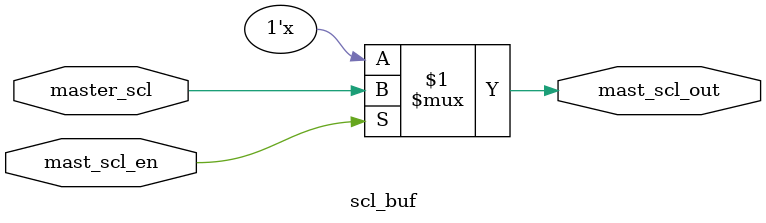
<source format=v>
module master_scl_generator(
    fpga_clock,
    scl_clock
);
    input fpga_clock;
    output scl_clock;
    integer count = 0;

    always @(posedge fpga_clock)
        if (count < 500)
            count <= count + 1;
        else
            count <= 1;

    assign scl_clock = (count < 251) ? 0 : 1;
endmodule

// SCL buffer to control SCL transmission
module scl_buf(
    mast_scl_en,
    master_scl,
    mast_scl_out
);
    input mast_scl_en;
    input master_scl;
    output mast_scl_out;

    bufif1 b111(mast_scl_out, master_scl, mast_scl_en);
endmodule
</source>
